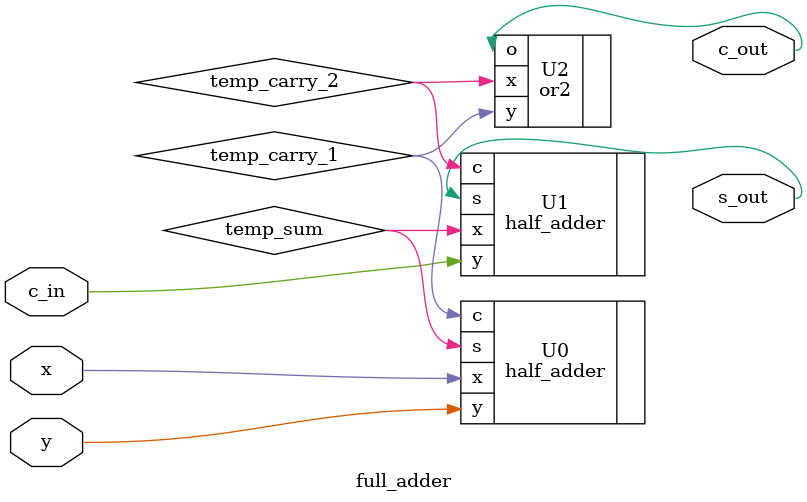
<source format=v>

module full_adder(x, y, c_in, s_out, c_out);

input x, y, c_in;
output s_out, c_out;

wire temp_sum, temp_carry_1, temp_carry_2;

half_adder U0(.x(x), .y(y), .s(temp_sum), .c(temp_carry_1));
half_adder U1(.x(temp_sum), .y(c_in), .s(s_out), .c(temp_carry_2));
or2 U2(.x(temp_carry_2), .y(temp_carry_1), .o(c_out));

endmodule
</source>
